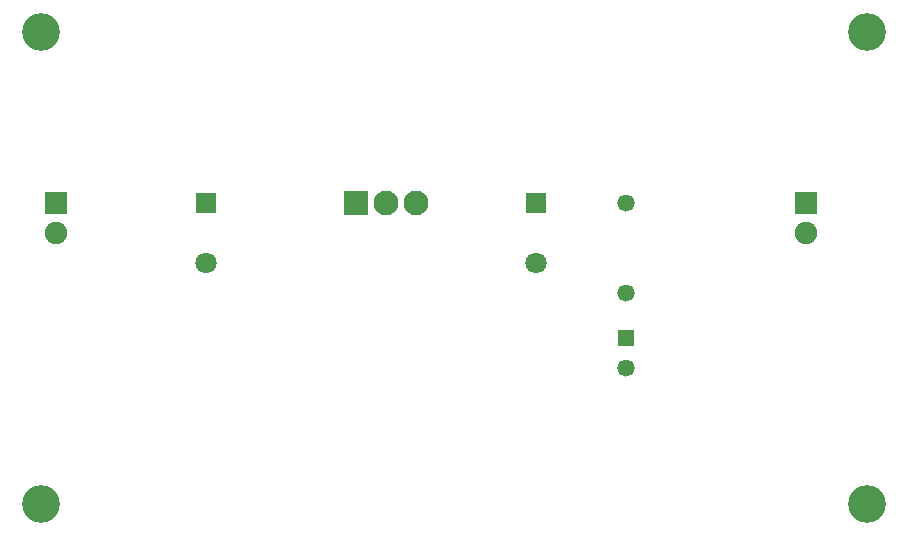
<source format=gbr>
G04 DipTrace 3.3.1.0*
G04 BottomMask.gbr*
%MOIN*%
G04 #@! TF.FileFunction,Soldermask,Bot*
G04 #@! TF.Part,Single*
%ADD22R,0.074803X0.074803*%
%ADD23C,0.074803*%
%ADD24C,0.125984*%
%ADD31C,0.082677*%
%ADD32R,0.082677X0.082677*%
%ADD35C,0.057874*%
%ADD37R,0.057874X0.057874*%
%ADD39C,0.057874*%
%ADD41R,0.070866X0.070866*%
%ADD43C,0.070866*%
%FSLAX26Y26*%
G04*
G70*
G90*
G75*
G01*
G04 BotMask*
%LPD*%
D43*
X1143701Y1393701D3*
D41*
Y1593701D3*
D43*
X2243701Y1393701D3*
D41*
Y1593701D3*
D39*
X2543701Y1043701D3*
D37*
Y1143701D3*
D39*
Y1593701D3*
D35*
Y1293701D3*
D22*
X643701Y1593701D3*
D23*
Y1493701D3*
D22*
X3143701Y1593701D3*
D23*
Y1493701D3*
D32*
X1643701Y1593701D3*
D31*
X1743701D3*
X1843701D3*
D24*
X590551Y2165354D3*
X3346457D3*
Y590551D3*
X590551D3*
M02*

</source>
